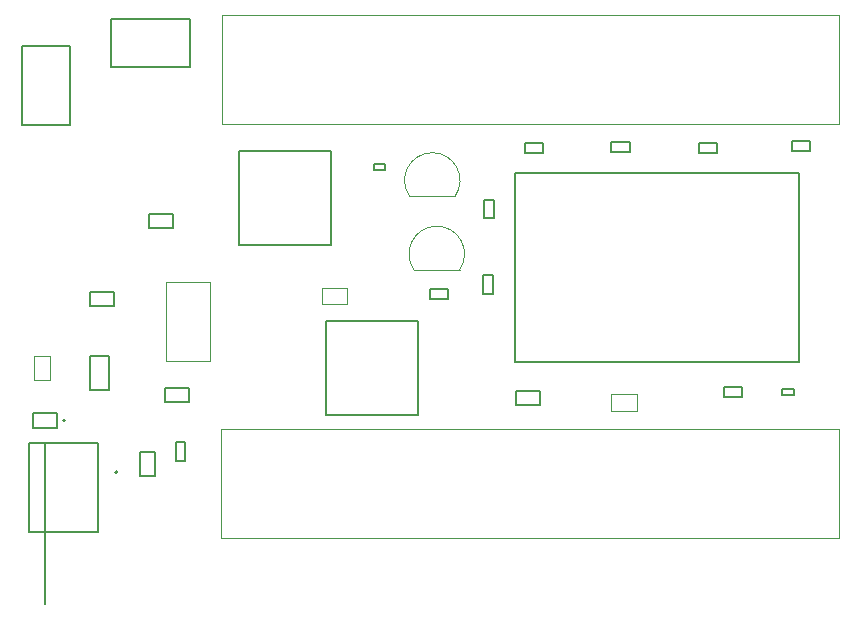
<source format=gbr>
G04*
G04 #@! TF.GenerationSoftware,Altium Limited,Altium Designer,24.1.2 (44)*
G04*
G04 Layer_Color=16711935*
%FSLAX44Y44*%
%MOMM*%
G71*
G04*
G04 #@! TF.SameCoordinates,5DE7BCAC-930E-4ACC-850D-064FDCF0EFED*
G04*
G04*
G04 #@! TF.FilePolarity,Positive*
G04*
G01*
G75*
%ADD11C,0.2000*%
%ADD12C,0.1270*%
%ADD71C,0.1000*%
D11*
X38590Y104140D02*
G03*
X38590Y104140I-1000J0D01*
G01*
X82700Y60310D02*
G03*
X82700Y60310I-1000J0D01*
G01*
X77485Y402966D02*
X144485D01*
X77485D02*
Y443966D01*
X144485D01*
Y402966D02*
Y443966D01*
X42600Y354326D02*
Y421327D01*
X1600Y354326D02*
X42600D01*
X1600D02*
Y421327D01*
X42600D01*
X79850Y200760D02*
Y213260D01*
X59850D02*
X79850D01*
X59850Y200760D02*
Y213260D01*
Y200760D02*
X79850D01*
X129692Y266739D02*
Y279239D01*
X109692D02*
X129692D01*
X109692Y266739D02*
Y279239D01*
Y266739D02*
X129692D01*
X59578Y129620D02*
Y158621D01*
Y129620D02*
X75578D01*
Y158621D01*
X59578D02*
X75578D01*
X123350Y119480D02*
Y131980D01*
Y119480D02*
X143350D01*
Y131980D01*
X123350D02*
X143350D01*
X101700Y57310D02*
X114200D01*
Y77310D01*
X101700D02*
X114200D01*
X101700Y57310D02*
Y77310D01*
X131890Y85470D02*
X139890D01*
X131890Y69469D02*
Y85470D01*
Y69469D02*
X139890D01*
Y85470D01*
X440149Y116940D02*
Y129440D01*
X420149D02*
X440149D01*
X420149Y116940D02*
Y129440D01*
Y116940D02*
X440149D01*
X644990Y125520D02*
X655490D01*
X644990D02*
Y131020D01*
X655490D01*
Y125520D02*
Y131020D01*
X259450Y188090D02*
X337450D01*
Y109090D02*
Y188090D01*
X259450Y109090D02*
X337450D01*
X259450D02*
Y188090D01*
X500956Y340140D02*
X516456D01*
Y331640D02*
Y340140D01*
X500956Y331640D02*
X516456D01*
X500956D02*
Y340140D01*
X596034Y124020D02*
X611534D01*
X596034D02*
Y132520D01*
X611534D01*
Y124020D02*
Y132520D01*
X574860Y330941D02*
X590360D01*
X574860D02*
Y339441D01*
X590360D01*
Y330941D02*
Y339441D01*
X653544Y332338D02*
X669044D01*
X653544D02*
Y340838D01*
X669044D01*
Y332338D02*
Y340838D01*
X185204Y252842D02*
Y331842D01*
Y252842D02*
X263204D01*
Y331842D01*
X185204D02*
X263204D01*
X393079Y291095D02*
X401579D01*
X393079Y275595D02*
Y291095D01*
Y275595D02*
X401579D01*
Y291095D01*
X362884Y206570D02*
Y215070D01*
X347384D02*
X362884D01*
X347384Y206570D02*
Y215070D01*
Y206570D02*
X362884D01*
X392381Y227020D02*
X400881D01*
X392381Y211520D02*
Y227020D01*
Y211520D02*
X400881D01*
Y227020D01*
X427514Y330243D02*
Y338742D01*
Y330243D02*
X443015D01*
Y338742D01*
X427514D02*
X443015D01*
X299589Y316270D02*
Y321270D01*
Y316270D02*
X309589D01*
Y321270D01*
X299589D02*
X309589D01*
D12*
X31590Y97890D02*
Y110390D01*
X11590D02*
X31590D01*
X11590Y97890D02*
Y110390D01*
Y97890D02*
X31590D01*
X21100Y-51690D02*
Y9310D01*
X8200D02*
X21100D01*
X8200Y85310D02*
X21100D01*
X8200Y9310D02*
Y85310D01*
X21100D02*
X66200D01*
X21100Y9310D02*
Y85310D01*
Y9310D02*
X66200D01*
Y85310D01*
X419520Y153610D02*
Y313610D01*
X659520D01*
Y153610D02*
Y313610D01*
X419520Y153610D02*
X659520D01*
D71*
X368589Y293988D02*
G03*
X329913Y293985I-19339J13352D01*
G01*
X372399Y231758D02*
G03*
X333723Y231755I-19339J13352D01*
G01*
X123740Y154460D02*
X160740D01*
X123740Y221460D02*
X160740D01*
Y154460D02*
Y221460D01*
X123740Y154460D02*
Y221460D01*
X12300Y159090D02*
X25800D01*
X12300Y138090D02*
X25800D01*
Y159090D01*
X12300Y138090D02*
Y159090D01*
X522810Y112130D02*
Y126630D01*
X500810Y112130D02*
Y126630D01*
Y112130D02*
X522810D01*
X500810Y126630D02*
X522810D01*
X255950Y216550D02*
X277450D01*
X255950Y202550D02*
X277450D01*
X255950D02*
Y216550D01*
X277450Y202550D02*
Y216550D01*
X171005Y355168D02*
X694006D01*
Y447168D01*
X171005D02*
X694006D01*
X171005Y355168D02*
Y447168D01*
X170336Y96648D02*
X693337D01*
X170336Y4648D02*
Y96648D01*
Y4648D02*
X693337D01*
Y96648D01*
X329913Y293990D02*
X368587D01*
X333723Y231760D02*
X372397D01*
M02*

</source>
